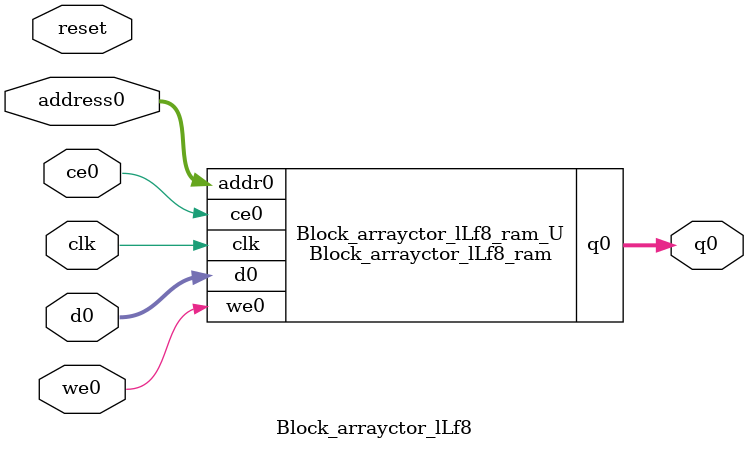
<source format=v>
`timescale 1 ns / 1 ps
module Block_arrayctor_lLf8_ram (addr0, ce0, d0, we0, q0,  clk);

parameter DWIDTH = 4;
parameter AWIDTH = 4;
parameter MEM_SIZE = 16;

input[AWIDTH-1:0] addr0;
input ce0;
input[DWIDTH-1:0] d0;
input we0;
output reg[DWIDTH-1:0] q0;
input clk;

(* ram_style = "distributed" *)reg [DWIDTH-1:0] ram[0:MEM_SIZE-1];




always @(posedge clk)  
begin 
    if (ce0) begin
        if (we0) 
            ram[addr0] <= d0; 
        q0 <= ram[addr0];
    end
end


endmodule

`timescale 1 ns / 1 ps
module Block_arrayctor_lLf8(
    reset,
    clk,
    address0,
    ce0,
    we0,
    d0,
    q0);

parameter DataWidth = 32'd4;
parameter AddressRange = 32'd16;
parameter AddressWidth = 32'd4;
input reset;
input clk;
input[AddressWidth - 1:0] address0;
input ce0;
input we0;
input[DataWidth - 1:0] d0;
output[DataWidth - 1:0] q0;



Block_arrayctor_lLf8_ram Block_arrayctor_lLf8_ram_U(
    .clk( clk ),
    .addr0( address0 ),
    .ce0( ce0 ),
    .we0( we0 ),
    .d0( d0 ),
    .q0( q0 ));

endmodule


</source>
